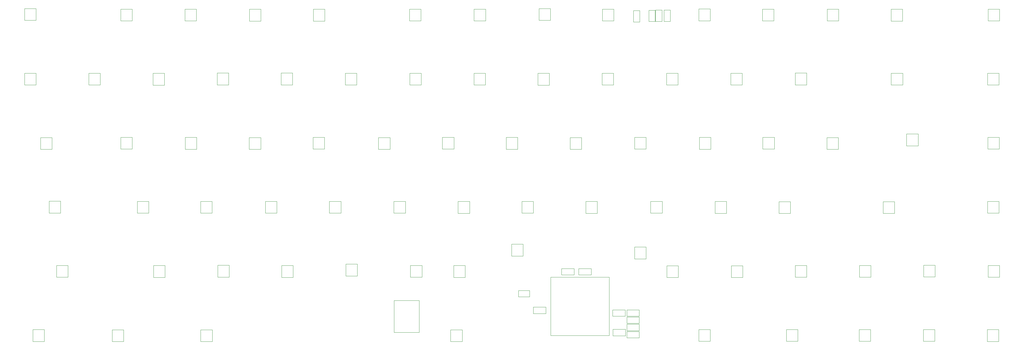
<source format=gbr>
G04 #@! TF.GenerationSoftware,KiCad,Pcbnew,(5.1.9)-1*
G04 #@! TF.CreationDate,2022-05-27T18:47:02+02:00*
G04 #@! TF.ProjectId,sofaboard,736f6661-626f-4617-9264-2e6b69636164,rev?*
G04 #@! TF.SameCoordinates,Original*
G04 #@! TF.FileFunction,Other,User*
%FSLAX46Y46*%
G04 Gerber Fmt 4.6, Leading zero omitted, Abs format (unit mm)*
G04 Created by KiCad (PCBNEW (5.1.9)-1) date 2022-05-27 18:47:02*
%MOMM*%
%LPD*%
G01*
G04 APERTURE LIST*
%ADD10C,0.050000*%
G04 APERTURE END LIST*
D10*
X201040000Y107740000D02*
X202940000Y107740000D01*
X202940000Y107740000D02*
X202940000Y111100000D01*
X202940000Y111100000D02*
X201040000Y111100000D01*
X201040000Y111100000D02*
X201040000Y107740000D01*
X199030000Y107725000D02*
X200930000Y107725000D01*
X200930000Y107725000D02*
X200930000Y111085000D01*
X200930000Y111085000D02*
X199030000Y111085000D01*
X199030000Y111085000D02*
X199030000Y107725000D01*
X163708500Y25847000D02*
X163708500Y27747000D01*
X163708500Y27747000D02*
X160348500Y27747000D01*
X160348500Y27747000D02*
X160348500Y25847000D01*
X160348500Y25847000D02*
X163708500Y25847000D01*
X194503000Y107563500D02*
X196403000Y107563500D01*
X196403000Y107563500D02*
X196403000Y110923500D01*
X196403000Y110923500D02*
X194503000Y110923500D01*
X194503000Y110923500D02*
X194503000Y107563500D01*
X203520000Y107770500D02*
X205420000Y107770500D01*
X205420000Y107770500D02*
X205420000Y111130500D01*
X205420000Y111130500D02*
X203520000Y111130500D01*
X203520000Y111130500D02*
X203520000Y107770500D01*
X302900000Y16110000D02*
X299500000Y16110000D01*
X299500000Y16110000D02*
X299500000Y12610000D01*
X299500000Y12610000D02*
X302900000Y12610000D01*
X302900000Y12610000D02*
X302900000Y16110000D01*
X283940000Y16120000D02*
X280540000Y16120000D01*
X280540000Y16120000D02*
X280540000Y12620000D01*
X280540000Y12620000D02*
X283940000Y12620000D01*
X283940000Y12620000D02*
X283940000Y16120000D01*
X264890000Y16130000D02*
X261490000Y16130000D01*
X261490000Y16130000D02*
X261490000Y12630000D01*
X261490000Y12630000D02*
X264890000Y12630000D01*
X264890000Y12630000D02*
X264890000Y16130000D01*
X243300000Y16150000D02*
X239900000Y16150000D01*
X239900000Y16150000D02*
X239900000Y12650000D01*
X239900000Y12650000D02*
X243300000Y12650000D01*
X243300000Y12650000D02*
X243300000Y16150000D01*
X217290000Y16170000D02*
X213890000Y16170000D01*
X213890000Y16170000D02*
X213890000Y12670000D01*
X213890000Y12670000D02*
X217290000Y12670000D01*
X217290000Y12670000D02*
X217290000Y16170000D01*
X143670000Y16040000D02*
X140270000Y16040000D01*
X140270000Y16040000D02*
X140270000Y12540000D01*
X140270000Y12540000D02*
X143670000Y12540000D01*
X143670000Y12540000D02*
X143670000Y16040000D01*
X69490000Y16090000D02*
X66090000Y16090000D01*
X66090000Y16090000D02*
X66090000Y12590000D01*
X66090000Y12590000D02*
X69490000Y12590000D01*
X69490000Y12590000D02*
X69490000Y16090000D01*
X43240000Y16040000D02*
X39840000Y16040000D01*
X39840000Y16040000D02*
X39840000Y12540000D01*
X39840000Y12540000D02*
X43240000Y12540000D01*
X43240000Y12540000D02*
X43240000Y16040000D01*
X19690000Y16110000D02*
X16290000Y16110000D01*
X16290000Y16110000D02*
X16290000Y12610000D01*
X16290000Y12610000D02*
X19690000Y12610000D01*
X19690000Y12610000D02*
X19690000Y16110000D01*
X303110000Y35210000D02*
X299710000Y35210000D01*
X299710000Y35210000D02*
X299710000Y31710000D01*
X299710000Y31710000D02*
X303110000Y31710000D01*
X303110000Y31710000D02*
X303110000Y35210000D01*
X284030000Y35260000D02*
X280630000Y35260000D01*
X280630000Y35260000D02*
X280630000Y31760000D01*
X280630000Y31760000D02*
X284030000Y31760000D01*
X284030000Y31760000D02*
X284030000Y35260000D01*
X264950000Y35180000D02*
X261550000Y35180000D01*
X261550000Y35180000D02*
X261550000Y31680000D01*
X261550000Y31680000D02*
X264950000Y31680000D01*
X264950000Y31680000D02*
X264950000Y35180000D01*
X245890000Y35180000D02*
X242490000Y35180000D01*
X242490000Y35180000D02*
X242490000Y31680000D01*
X242490000Y31680000D02*
X245890000Y31680000D01*
X245890000Y31680000D02*
X245890000Y35180000D01*
X226900000Y35120000D02*
X223500000Y35120000D01*
X223500000Y35120000D02*
X223500000Y31620000D01*
X223500000Y31620000D02*
X226900000Y31620000D01*
X226900000Y31620000D02*
X226900000Y35120000D01*
X207770000Y35140000D02*
X204370000Y35140000D01*
X204370000Y35140000D02*
X204370000Y31640000D01*
X204370000Y31640000D02*
X207770000Y31640000D01*
X207770000Y31640000D02*
X207770000Y35140000D01*
X198200000Y40650000D02*
X194800000Y40650000D01*
X194800000Y40650000D02*
X194800000Y37150000D01*
X194800000Y37150000D02*
X198200000Y37150000D01*
X198200000Y37150000D02*
X198200000Y40650000D01*
X161720000Y41500000D02*
X158320000Y41500000D01*
X158320000Y41500000D02*
X158320000Y38000000D01*
X158320000Y38000000D02*
X161720000Y38000000D01*
X161720000Y38000000D02*
X161720000Y41500000D01*
X144550000Y35160000D02*
X141150000Y35160000D01*
X141150000Y35160000D02*
X141150000Y31660000D01*
X141150000Y31660000D02*
X144550000Y31660000D01*
X144550000Y31660000D02*
X144550000Y35160000D01*
X131720000Y35170000D02*
X128320000Y35170000D01*
X128320000Y35170000D02*
X128320000Y31670000D01*
X128320000Y31670000D02*
X131720000Y31670000D01*
X131720000Y31670000D02*
X131720000Y35170000D01*
X112520000Y35580000D02*
X109120000Y35580000D01*
X109120000Y35580000D02*
X109120000Y32080000D01*
X109120000Y32080000D02*
X112520000Y32080000D01*
X112520000Y32080000D02*
X112520000Y35580000D01*
X93490000Y35150000D02*
X90090000Y35150000D01*
X90090000Y35150000D02*
X90090000Y31650000D01*
X90090000Y31650000D02*
X93490000Y31650000D01*
X93490000Y31650000D02*
X93490000Y35150000D01*
X74520000Y35230000D02*
X71120000Y35230000D01*
X71120000Y35230000D02*
X71120000Y31730000D01*
X71120000Y31730000D02*
X74520000Y31730000D01*
X74520000Y31730000D02*
X74520000Y35230000D01*
X55460000Y35160000D02*
X52060000Y35160000D01*
X52060000Y35160000D02*
X52060000Y31660000D01*
X52060000Y31660000D02*
X55460000Y31660000D01*
X55460000Y31660000D02*
X55460000Y35160000D01*
X26680000Y35180000D02*
X23280000Y35180000D01*
X23280000Y35180000D02*
X23280000Y31680000D01*
X23280000Y31680000D02*
X26680000Y31680000D01*
X26680000Y31680000D02*
X26680000Y35180000D01*
X302960000Y54220000D02*
X299560000Y54220000D01*
X299560000Y54220000D02*
X299560000Y50720000D01*
X299560000Y50720000D02*
X302960000Y50720000D01*
X302960000Y50720000D02*
X302960000Y54220000D01*
X272010000Y54190000D02*
X268610000Y54190000D01*
X268610000Y54190000D02*
X268610000Y50690000D01*
X268610000Y50690000D02*
X272010000Y50690000D01*
X272010000Y50690000D02*
X272010000Y54190000D01*
X241050000Y54190000D02*
X237650000Y54190000D01*
X237650000Y54190000D02*
X237650000Y50690000D01*
X237650000Y50690000D02*
X241050000Y50690000D01*
X241050000Y50690000D02*
X241050000Y54190000D01*
X222100000Y54210000D02*
X218700000Y54210000D01*
X218700000Y54210000D02*
X218700000Y50710000D01*
X218700000Y50710000D02*
X222100000Y50710000D01*
X222100000Y50710000D02*
X222100000Y54210000D01*
X203020000Y54270000D02*
X199620000Y54270000D01*
X199620000Y54270000D02*
X199620000Y50770000D01*
X199620000Y50770000D02*
X203020000Y50770000D01*
X203020000Y50770000D02*
X203020000Y54270000D01*
X183760000Y54210000D02*
X180360000Y54210000D01*
X180360000Y54210000D02*
X180360000Y50710000D01*
X180360000Y50710000D02*
X183760000Y50710000D01*
X183760000Y50710000D02*
X183760000Y54210000D01*
X164770000Y54230000D02*
X161370000Y54230000D01*
X161370000Y54230000D02*
X161370000Y50730000D01*
X161370000Y50730000D02*
X164770000Y50730000D01*
X164770000Y50730000D02*
X164770000Y54230000D01*
X145870000Y54200000D02*
X142470000Y54200000D01*
X142470000Y54200000D02*
X142470000Y50700000D01*
X142470000Y50700000D02*
X145870000Y50700000D01*
X145870000Y50700000D02*
X145870000Y54200000D01*
X126820000Y54250000D02*
X123420000Y54250000D01*
X123420000Y54250000D02*
X123420000Y50750000D01*
X123420000Y50750000D02*
X126820000Y50750000D01*
X126820000Y50750000D02*
X126820000Y54250000D01*
X107680000Y54220000D02*
X104280000Y54220000D01*
X104280000Y54220000D02*
X104280000Y50720000D01*
X104280000Y50720000D02*
X107680000Y50720000D01*
X107680000Y50720000D02*
X107680000Y54220000D01*
X88690000Y54230000D02*
X85290000Y54230000D01*
X85290000Y54230000D02*
X85290000Y50730000D01*
X85290000Y50730000D02*
X88690000Y50730000D01*
X88690000Y50730000D02*
X88690000Y54230000D01*
X69480000Y54260000D02*
X66080000Y54260000D01*
X66080000Y54260000D02*
X66080000Y50760000D01*
X66080000Y50760000D02*
X69480000Y50760000D01*
X69480000Y50760000D02*
X69480000Y54260000D01*
X50690000Y54260000D02*
X47290000Y54260000D01*
X47290000Y54260000D02*
X47290000Y50760000D01*
X47290000Y50760000D02*
X50690000Y50760000D01*
X50690000Y50760000D02*
X50690000Y54260000D01*
X24460000Y54280000D02*
X21060000Y54280000D01*
X21060000Y54280000D02*
X21060000Y50780000D01*
X21060000Y50780000D02*
X24460000Y50780000D01*
X24460000Y50780000D02*
X24460000Y54280000D01*
X303020000Y73290000D02*
X299620000Y73290000D01*
X299620000Y73290000D02*
X299620000Y69790000D01*
X299620000Y69790000D02*
X303020000Y69790000D01*
X303020000Y69790000D02*
X303020000Y73290000D01*
X278960000Y74280000D02*
X275560000Y74280000D01*
X275560000Y74280000D02*
X275560000Y70780000D01*
X275560000Y70780000D02*
X278960000Y70780000D01*
X278960000Y70780000D02*
X278960000Y74280000D01*
X255330000Y73230000D02*
X251930000Y73230000D01*
X251930000Y73230000D02*
X251930000Y69730000D01*
X251930000Y69730000D02*
X255330000Y69730000D01*
X255330000Y69730000D02*
X255330000Y73230000D01*
X236290000Y73270000D02*
X232890000Y73270000D01*
X232890000Y73270000D02*
X232890000Y69770000D01*
X232890000Y69770000D02*
X236290000Y69770000D01*
X236290000Y69770000D02*
X236290000Y73270000D01*
X217440000Y73260000D02*
X214040000Y73260000D01*
X214040000Y73260000D02*
X214040000Y69760000D01*
X214040000Y69760000D02*
X217440000Y69760000D01*
X217440000Y69760000D02*
X217440000Y73260000D01*
X198240000Y73310000D02*
X194840000Y73310000D01*
X194840000Y73310000D02*
X194840000Y69810000D01*
X194840000Y69810000D02*
X198240000Y69810000D01*
X198240000Y69810000D02*
X198240000Y73310000D01*
X179100000Y73210000D02*
X175700000Y73210000D01*
X175700000Y73210000D02*
X175700000Y69710000D01*
X175700000Y69710000D02*
X179100000Y69710000D01*
X179100000Y69710000D02*
X179100000Y73210000D01*
X160100000Y73250000D02*
X156700000Y73250000D01*
X156700000Y73250000D02*
X156700000Y69750000D01*
X156700000Y69750000D02*
X160100000Y69750000D01*
X160100000Y69750000D02*
X160100000Y73250000D01*
X141210000Y73270000D02*
X137810000Y73270000D01*
X137810000Y73270000D02*
X137810000Y69770000D01*
X137810000Y69770000D02*
X141210000Y69770000D01*
X141210000Y69770000D02*
X141210000Y73270000D01*
X122240000Y73240000D02*
X118840000Y73240000D01*
X118840000Y73240000D02*
X118840000Y69740000D01*
X118840000Y69740000D02*
X122240000Y69740000D01*
X122240000Y69740000D02*
X122240000Y73240000D01*
X102780000Y73310000D02*
X99380000Y73310000D01*
X99380000Y73310000D02*
X99380000Y69810000D01*
X99380000Y69810000D02*
X102780000Y69810000D01*
X102780000Y69810000D02*
X102780000Y73310000D01*
X83890000Y73240000D02*
X80490000Y73240000D01*
X80490000Y73240000D02*
X80490000Y69740000D01*
X80490000Y69740000D02*
X83890000Y69740000D01*
X83890000Y69740000D02*
X83890000Y73240000D01*
X64880000Y73260000D02*
X61480000Y73260000D01*
X61480000Y73260000D02*
X61480000Y69760000D01*
X61480000Y69760000D02*
X64880000Y69760000D01*
X64880000Y69760000D02*
X64880000Y73260000D01*
X45770000Y73300000D02*
X42370000Y73300000D01*
X42370000Y73300000D02*
X42370000Y69800000D01*
X42370000Y69800000D02*
X45770000Y69800000D01*
X45770000Y69800000D02*
X45770000Y73300000D01*
X21960000Y73240000D02*
X18560000Y73240000D01*
X18560000Y73240000D02*
X18560000Y69740000D01*
X18560000Y69740000D02*
X21960000Y69740000D01*
X21960000Y69740000D02*
X21960000Y73240000D01*
X302960000Y92330000D02*
X299560000Y92330000D01*
X299560000Y92330000D02*
X299560000Y88830000D01*
X299560000Y88830000D02*
X302960000Y88830000D01*
X302960000Y88830000D02*
X302960000Y92330000D01*
X274390000Y92340000D02*
X270990000Y92340000D01*
X270990000Y92340000D02*
X270990000Y88840000D01*
X270990000Y88840000D02*
X274390000Y88840000D01*
X274390000Y88840000D02*
X274390000Y92340000D01*
X245890000Y92390000D02*
X242490000Y92390000D01*
X242490000Y92390000D02*
X242490000Y88890000D01*
X242490000Y88890000D02*
X245890000Y88890000D01*
X245890000Y88890000D02*
X245890000Y92390000D01*
X226770000Y92330000D02*
X223370000Y92330000D01*
X223370000Y92330000D02*
X223370000Y88830000D01*
X223370000Y88830000D02*
X226770000Y88830000D01*
X226770000Y88830000D02*
X226770000Y92330000D01*
X207680000Y92320000D02*
X204280000Y92320000D01*
X204280000Y92320000D02*
X204280000Y88820000D01*
X204280000Y88820000D02*
X207680000Y88820000D01*
X207680000Y88820000D02*
X207680000Y92320000D01*
X188560000Y92360000D02*
X185160000Y92360000D01*
X185160000Y92360000D02*
X185160000Y88860000D01*
X185160000Y88860000D02*
X188560000Y88860000D01*
X188560000Y88860000D02*
X188560000Y92360000D01*
X169520000Y92300000D02*
X166120000Y92300000D01*
X166120000Y92300000D02*
X166120000Y88800000D01*
X166120000Y88800000D02*
X169520000Y88800000D01*
X169520000Y88800000D02*
X169520000Y92300000D01*
X150570000Y92350000D02*
X147170000Y92350000D01*
X147170000Y92350000D02*
X147170000Y88850000D01*
X147170000Y88850000D02*
X150570000Y88850000D01*
X150570000Y88850000D02*
X150570000Y92350000D01*
X131490000Y92340000D02*
X128090000Y92340000D01*
X128090000Y92340000D02*
X128090000Y88840000D01*
X128090000Y88840000D02*
X131490000Y88840000D01*
X131490000Y88840000D02*
X131490000Y92340000D01*
X112410000Y92350000D02*
X109010000Y92350000D01*
X109010000Y92350000D02*
X109010000Y88850000D01*
X109010000Y88850000D02*
X112410000Y88850000D01*
X112410000Y88850000D02*
X112410000Y92350000D01*
X93300000Y92380000D02*
X89900000Y92380000D01*
X89900000Y92380000D02*
X89900000Y88880000D01*
X89900000Y88880000D02*
X93300000Y88880000D01*
X93300000Y88880000D02*
X93300000Y92380000D01*
X74390000Y92400000D02*
X70990000Y92400000D01*
X70990000Y92400000D02*
X70990000Y88900000D01*
X70990000Y88900000D02*
X74390000Y88900000D01*
X74390000Y88900000D02*
X74390000Y92400000D01*
X55310000Y92310000D02*
X51910000Y92310000D01*
X51910000Y92310000D02*
X51910000Y88810000D01*
X51910000Y88810000D02*
X55310000Y88810000D01*
X55310000Y88810000D02*
X55310000Y92310000D01*
X36270000Y92340000D02*
X32870000Y92340000D01*
X32870000Y92340000D02*
X32870000Y88840000D01*
X32870000Y88840000D02*
X36270000Y88840000D01*
X36270000Y88840000D02*
X36270000Y92340000D01*
X17200000Y92350000D02*
X13800000Y92350000D01*
X13800000Y92350000D02*
X13800000Y88850000D01*
X13800000Y88850000D02*
X17200000Y88850000D01*
X17200000Y88850000D02*
X17200000Y92350000D01*
X303140000Y111410000D02*
X299740000Y111410000D01*
X299740000Y111410000D02*
X299740000Y107910000D01*
X299740000Y107910000D02*
X303140000Y107910000D01*
X303140000Y107910000D02*
X303140000Y111410000D01*
X274380000Y111350000D02*
X270980000Y111350000D01*
X270980000Y111350000D02*
X270980000Y107850000D01*
X270980000Y107850000D02*
X274380000Y107850000D01*
X274380000Y107850000D02*
X274380000Y111350000D01*
X255380000Y111400000D02*
X251980000Y111400000D01*
X251980000Y111400000D02*
X251980000Y107900000D01*
X251980000Y107900000D02*
X255380000Y107900000D01*
X255380000Y107900000D02*
X255380000Y111400000D01*
X236140000Y111370000D02*
X232740000Y111370000D01*
X232740000Y111370000D02*
X232740000Y107870000D01*
X232740000Y107870000D02*
X236140000Y107870000D01*
X236140000Y107870000D02*
X236140000Y111370000D01*
X217250000Y111450000D02*
X213850000Y111450000D01*
X213850000Y111450000D02*
X213850000Y107950000D01*
X213850000Y107950000D02*
X217250000Y107950000D01*
X217250000Y107950000D02*
X217250000Y111450000D01*
X188670000Y111400000D02*
X185270000Y111400000D01*
X185270000Y111400000D02*
X185270000Y107900000D01*
X185270000Y107900000D02*
X188670000Y107900000D01*
X188670000Y107900000D02*
X188670000Y111400000D01*
X169860000Y111540000D02*
X166460000Y111540000D01*
X166460000Y111540000D02*
X166460000Y108040000D01*
X166460000Y108040000D02*
X169860000Y108040000D01*
X169860000Y108040000D02*
X169860000Y111540000D01*
X150600000Y111390000D02*
X147200000Y111390000D01*
X147200000Y111390000D02*
X147200000Y107890000D01*
X147200000Y107890000D02*
X150600000Y107890000D01*
X150600000Y107890000D02*
X150600000Y111390000D01*
X131430000Y111400000D02*
X128030000Y111400000D01*
X128030000Y111400000D02*
X128030000Y107900000D01*
X128030000Y107900000D02*
X131430000Y107900000D01*
X131430000Y107900000D02*
X131430000Y111400000D01*
X102910000Y111350000D02*
X99510000Y111350000D01*
X99510000Y111350000D02*
X99510000Y107850000D01*
X99510000Y107850000D02*
X102910000Y107850000D01*
X102910000Y107850000D02*
X102910000Y111350000D01*
X83950000Y111350000D02*
X80550000Y111350000D01*
X80550000Y111350000D02*
X80550000Y107850000D01*
X80550000Y107850000D02*
X83950000Y107850000D01*
X83950000Y107850000D02*
X83950000Y111350000D01*
X64820000Y111400000D02*
X61420000Y111400000D01*
X61420000Y111400000D02*
X61420000Y107900000D01*
X61420000Y107900000D02*
X64820000Y107900000D01*
X64820000Y107900000D02*
X64820000Y111400000D01*
X45780000Y111370000D02*
X42380000Y111370000D01*
X42380000Y111370000D02*
X42380000Y107870000D01*
X42380000Y107870000D02*
X45780000Y107870000D01*
X45780000Y107870000D02*
X45780000Y111370000D01*
X17210000Y111590000D02*
X13810000Y111590000D01*
X13810000Y111590000D02*
X13810000Y108090000D01*
X13810000Y108090000D02*
X17210000Y108090000D01*
X17210000Y108090000D02*
X17210000Y111590000D01*
X130690000Y24770000D02*
X123690000Y24770000D01*
X123440000Y24520000D02*
X123440000Y15520000D01*
X123690000Y15270000D02*
X130690000Y15270000D01*
X130940000Y15520000D02*
X130940000Y24520000D01*
X123440000Y15270000D02*
X123440000Y15520000D01*
X123690000Y15270000D02*
X123440000Y15270000D01*
X130940000Y15270000D02*
X130940000Y15520000D01*
X130690000Y15270000D02*
X130940000Y15270000D01*
X130940000Y24770000D02*
X130690000Y24770000D01*
X130940000Y24520000D02*
X130940000Y24770000D01*
X123440000Y24770000D02*
X123690000Y24770000D01*
X123440000Y24520000D02*
X123440000Y24770000D01*
X196210000Y19870000D02*
X192510000Y19870000D01*
X196210000Y17970000D02*
X196210000Y19870000D01*
X192510000Y17970000D02*
X196210000Y17970000D01*
X192510000Y19870000D02*
X192510000Y17970000D01*
X196230000Y17730000D02*
X192530000Y17730000D01*
X196230000Y15830000D02*
X196230000Y17730000D01*
X192530000Y15830000D02*
X196230000Y15830000D01*
X192530000Y17730000D02*
X192530000Y15830000D01*
X196235000Y22000000D02*
X192535000Y22000000D01*
X196235000Y20100000D02*
X196235000Y22000000D01*
X192535000Y20100000D02*
X196235000Y20100000D01*
X192535000Y22000000D02*
X192535000Y20100000D01*
X196215000Y15540000D02*
X192515000Y15540000D01*
X196215000Y13640000D02*
X196215000Y15540000D01*
X192515000Y13640000D02*
X196215000Y13640000D01*
X192515000Y15540000D02*
X192515000Y13640000D01*
X169930000Y31730000D02*
X187330000Y31730000D01*
X169930000Y14330000D02*
X187330000Y14330000D01*
X187330000Y14330000D02*
X187330000Y31730000D01*
X169930000Y14330000D02*
X169930000Y31730000D01*
X176869205Y34291789D02*
X173169205Y34291789D01*
X176869205Y32391789D02*
X176869205Y34291789D01*
X173169205Y32391789D02*
X176869205Y32391789D01*
X173169205Y34291789D02*
X173169205Y32391789D01*
X164765000Y20880000D02*
X168465000Y20880000D01*
X164765000Y22780000D02*
X164765000Y20880000D01*
X168465000Y22780000D02*
X164765000Y22780000D01*
X168465000Y20880000D02*
X168465000Y22780000D01*
X192005000Y22000000D02*
X188305000Y22000000D01*
X192005000Y20100000D02*
X192005000Y22000000D01*
X188305000Y20100000D02*
X192005000Y20100000D01*
X188305000Y22000000D02*
X188305000Y20100000D01*
X178249205Y32391789D02*
X181949205Y32391789D01*
X178249205Y34291789D02*
X178249205Y32391789D01*
X181949205Y34291789D02*
X178249205Y34291789D01*
X181949205Y32391789D02*
X181949205Y34291789D01*
X192105000Y16190000D02*
X188405000Y16190000D01*
X192105000Y14290000D02*
X192105000Y16190000D01*
X188405000Y14290000D02*
X192105000Y14290000D01*
X188405000Y16190000D02*
X188405000Y14290000D01*
M02*

</source>
